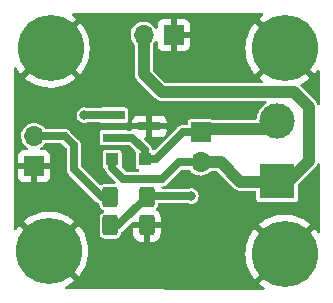
<source format=gtl>
G04 #@! TF.GenerationSoftware,KiCad,Pcbnew,(6.0.5)*
G04 #@! TF.CreationDate,2022-08-01T19:03:23+01:00*
G04 #@! TF.ProjectId,PWM-TRANSISTOR-PCB,50574d2d-5452-4414-9e53-4953544f522d,rev?*
G04 #@! TF.SameCoordinates,Original*
G04 #@! TF.FileFunction,Copper,L1,Top*
G04 #@! TF.FilePolarity,Positive*
%FSLAX46Y46*%
G04 Gerber Fmt 4.6, Leading zero omitted, Abs format (unit mm)*
G04 Created by KiCad (PCBNEW (6.0.5)) date 2022-08-01 19:03:23*
%MOMM*%
%LPD*%
G01*
G04 APERTURE LIST*
G04 Aperture macros list*
%AMRoundRect*
0 Rectangle with rounded corners*
0 $1 Rounding radius*
0 $2 $3 $4 $5 $6 $7 $8 $9 X,Y pos of 4 corners*
0 Add a 4 corners polygon primitive as box body*
4,1,4,$2,$3,$4,$5,$6,$7,$8,$9,$2,$3,0*
0 Add four circle primitives for the rounded corners*
1,1,$1+$1,$2,$3*
1,1,$1+$1,$4,$5*
1,1,$1+$1,$6,$7*
1,1,$1+$1,$8,$9*
0 Add four rect primitives between the rounded corners*
20,1,$1+$1,$2,$3,$4,$5,0*
20,1,$1+$1,$4,$5,$6,$7,0*
20,1,$1+$1,$6,$7,$8,$9,0*
20,1,$1+$1,$8,$9,$2,$3,0*%
G04 Aperture macros list end*
G04 #@! TA.AperFunction,SMDPad,CuDef*
%ADD10R,1.100000X1.100000*%
G04 #@! TD*
G04 #@! TA.AperFunction,ComponentPad*
%ADD11C,5.600000*%
G04 #@! TD*
G04 #@! TA.AperFunction,ComponentPad*
%ADD12R,1.700000X1.700000*%
G04 #@! TD*
G04 #@! TA.AperFunction,ComponentPad*
%ADD13O,1.700000X1.700000*%
G04 #@! TD*
G04 #@! TA.AperFunction,SMDPad,CuDef*
%ADD14R,1.900000X0.800000*%
G04 #@! TD*
G04 #@! TA.AperFunction,ComponentPad*
%ADD15R,3.000000X3.000000*%
G04 #@! TD*
G04 #@! TA.AperFunction,ComponentPad*
%ADD16C,3.000000*%
G04 #@! TD*
G04 #@! TA.AperFunction,SMDPad,CuDef*
%ADD17RoundRect,0.250000X-0.400000X-0.625000X0.400000X-0.625000X0.400000X0.625000X-0.400000X0.625000X0*%
G04 #@! TD*
G04 #@! TA.AperFunction,SMDPad,CuDef*
%ADD18RoundRect,0.250000X0.400000X0.625000X-0.400000X0.625000X-0.400000X-0.625000X0.400000X-0.625000X0*%
G04 #@! TD*
G04 #@! TA.AperFunction,ViaPad*
%ADD19C,0.800000*%
G04 #@! TD*
G04 #@! TA.AperFunction,Conductor*
%ADD20C,1.000000*%
G04 #@! TD*
G04 #@! TA.AperFunction,Conductor*
%ADD21C,0.700000*%
G04 #@! TD*
G04 APERTURE END LIST*
D10*
X113090500Y-121158000D03*
X115890500Y-121158000D03*
D11*
X127698500Y-111760000D03*
X107886500Y-111760000D03*
X127698500Y-129159000D03*
D12*
X120586500Y-118872000D03*
D13*
X120586500Y-121412000D03*
D12*
X118300500Y-110617000D03*
D13*
X115760500Y-110617000D03*
D14*
X113244500Y-117414000D03*
X113244500Y-119314000D03*
X116244500Y-118364000D03*
D15*
X127063500Y-122999500D03*
D16*
X127063500Y-117919500D03*
D11*
X107759500Y-128905000D03*
D12*
X106489500Y-121729500D03*
D13*
X106489500Y-119189500D03*
D17*
X112940500Y-126746000D03*
X116040500Y-126746000D03*
D18*
X116040500Y-124333000D03*
X112940500Y-124333000D03*
D19*
X121920000Y-113093500D03*
X121983500Y-110426500D03*
X120332500Y-127444500D03*
X120332500Y-129095500D03*
X120332500Y-130746500D03*
X120332500Y-125793500D03*
X122174000Y-130746500D03*
X118491000Y-125857000D03*
X112585500Y-113093500D03*
X118491000Y-130810000D03*
X122174000Y-125793500D03*
X122174000Y-129095500D03*
X118491000Y-129159000D03*
X112649000Y-110426500D03*
X118491000Y-127508000D03*
X122174000Y-127444500D03*
X110744000Y-117411500D03*
X119761000Y-124269500D03*
D20*
X126682500Y-117919500D02*
X126619000Y-117983000D01*
D21*
X115890500Y-121158000D02*
X116776500Y-121158000D01*
D20*
X127063500Y-117919500D02*
X126682500Y-117919500D01*
X120904000Y-118554500D02*
X126428500Y-118554500D01*
D21*
X113244500Y-119314000D02*
X114805500Y-119314000D01*
X115890500Y-120399000D02*
X115890500Y-121158000D01*
D20*
X120586500Y-118872000D02*
X120904000Y-118554500D01*
D21*
X116776500Y-121158000D02*
X119062500Y-118872000D01*
X114805500Y-119314000D02*
X115890500Y-120399000D01*
X119062500Y-118872000D02*
X120586500Y-118872000D01*
D20*
X126428500Y-118554500D02*
X127063500Y-117919500D01*
X112877000Y-124396500D02*
X112940500Y-124333000D01*
D21*
X112940500Y-124333000D02*
X112204500Y-124333000D01*
X109093000Y-119189500D02*
X106489500Y-119189500D01*
X109855000Y-119951500D02*
X109093000Y-119189500D01*
X109855000Y-121983500D02*
X109855000Y-119951500D01*
X112204500Y-124333000D02*
X109855000Y-121983500D01*
X113627500Y-126746000D02*
X116040500Y-124333000D01*
X119761000Y-124269500D02*
X116104000Y-124269500D01*
X113244500Y-117414000D02*
X110746500Y-117414000D01*
X116104000Y-124269500D02*
X116040500Y-124333000D01*
X110746500Y-117414000D02*
X110744000Y-117411500D01*
X112940500Y-126746000D02*
X113627500Y-126746000D01*
X118745000Y-121412000D02*
X120586500Y-121412000D01*
D20*
X115760500Y-113919000D02*
X115760500Y-110617000D01*
D21*
X113090500Y-121853500D02*
X114046000Y-122809000D01*
D20*
X120586500Y-121412000D02*
X122301000Y-121412000D01*
X129730500Y-121285000D02*
X129730500Y-116713000D01*
D21*
X114046000Y-122809000D02*
X117348000Y-122809000D01*
X113090500Y-121158000D02*
X113090500Y-121853500D01*
D20*
X127952500Y-123063000D02*
X129730500Y-121285000D01*
D21*
X117348000Y-122809000D02*
X118745000Y-121412000D01*
D20*
X122301000Y-121412000D02*
X123952000Y-123063000D01*
X129730500Y-116713000D02*
X128460500Y-115443000D01*
X117284500Y-115443000D02*
X115760500Y-113919000D01*
X128460500Y-115443000D02*
X117284500Y-115443000D01*
X123952000Y-123063000D02*
X127952500Y-123063000D01*
G04 #@! TA.AperFunction,Conductor*
G36*
X125855067Y-108796002D02*
G01*
X125901560Y-108849658D01*
X125911664Y-108919932D01*
X125882170Y-108984512D01*
X125851655Y-109010115D01*
X125848892Y-109011769D01*
X125843255Y-109015571D01*
X125562908Y-109227596D01*
X125557711Y-109231987D01*
X125556472Y-109233155D01*
X125548450Y-109246862D01*
X125548486Y-109247704D01*
X125553537Y-109255826D01*
X127698500Y-111400790D01*
X130197511Y-113899800D01*
X130211105Y-113907223D01*
X130220717Y-113900523D01*
X130321018Y-113783912D01*
X130325176Y-113778514D01*
X130452352Y-113593471D01*
X130507420Y-113548660D01*
X130577973Y-113540735D01*
X130641611Y-113572212D01*
X130678128Y-113633096D01*
X130682192Y-113664861D01*
X130681702Y-116403187D01*
X130661689Y-116471302D01*
X130608025Y-116517785D01*
X130537749Y-116527876D01*
X130473174Y-116498372D01*
X130435836Y-116441994D01*
X130423444Y-116403742D01*
X130421188Y-116396778D01*
X130417389Y-116390518D01*
X130414890Y-116385059D01*
X130412229Y-116379744D01*
X130409732Y-116372866D01*
X130405724Y-116366752D01*
X130405720Y-116366745D01*
X130369908Y-116312124D01*
X130367561Y-116308404D01*
X130345167Y-116271500D01*
X130329916Y-116246367D01*
X130322550Y-116238026D01*
X130322575Y-116238004D01*
X130319885Y-116234970D01*
X130317281Y-116231855D01*
X130313266Y-116225732D01*
X130257354Y-116172766D01*
X130254913Y-116170389D01*
X129050619Y-114966095D01*
X129016593Y-114903783D01*
X129021658Y-114832968D01*
X129064205Y-114776132D01*
X129087463Y-114762345D01*
X129230218Y-114697288D01*
X129236277Y-114694121D01*
X129538495Y-114514676D01*
X129544159Y-114510884D01*
X129825232Y-114299849D01*
X129830458Y-114295464D01*
X129840113Y-114286428D01*
X129848182Y-114272750D01*
X129848154Y-114272024D01*
X129843012Y-114263723D01*
X127711310Y-112132020D01*
X127697369Y-112124408D01*
X127695534Y-112124539D01*
X127688920Y-112128790D01*
X125555274Y-114262437D01*
X125547660Y-114276381D01*
X125547737Y-114277470D01*
X125550198Y-114281206D01*
X125786513Y-114462538D01*
X125828380Y-114519876D01*
X125832602Y-114590747D01*
X125797838Y-114652649D01*
X125735125Y-114685931D01*
X125709809Y-114688500D01*
X117649214Y-114688500D01*
X117581093Y-114668498D01*
X117560119Y-114651595D01*
X116551905Y-113643381D01*
X116517879Y-113581069D01*
X116515000Y-113554286D01*
X116515000Y-111482634D01*
X116535002Y-111414513D01*
X116545305Y-111401728D01*
X116544845Y-111401345D01*
X116670953Y-111249718D01*
X116670955Y-111249715D01*
X116674647Y-111245276D01*
X116677469Y-111240236D01*
X116677473Y-111240231D01*
X116706567Y-111188279D01*
X116757304Y-111138617D01*
X116826835Y-111124270D01*
X116893086Y-111149791D01*
X116935022Y-111207080D01*
X116942501Y-111249845D01*
X116942501Y-111511669D01*
X116942871Y-111518490D01*
X116948395Y-111569352D01*
X116952021Y-111584604D01*
X116997176Y-111705054D01*
X117005714Y-111720649D01*
X117082215Y-111822724D01*
X117094776Y-111835285D01*
X117196851Y-111911786D01*
X117212446Y-111920324D01*
X117332894Y-111965478D01*
X117348149Y-111969105D01*
X117399014Y-111974631D01*
X117405828Y-111975000D01*
X118028385Y-111975000D01*
X118043624Y-111970525D01*
X118044829Y-111969135D01*
X118046500Y-111961452D01*
X118046500Y-111956884D01*
X118554500Y-111956884D01*
X118558975Y-111972123D01*
X118560365Y-111973328D01*
X118568048Y-111974999D01*
X119195169Y-111974999D01*
X119201990Y-111974629D01*
X119252852Y-111969105D01*
X119268104Y-111965479D01*
X119388554Y-111920324D01*
X119404149Y-111911786D01*
X119506224Y-111835285D01*
X119518785Y-111822724D01*
X119571916Y-111751832D01*
X124385833Y-111751832D01*
X124403617Y-112102893D01*
X124404327Y-112109649D01*
X124459920Y-112456723D01*
X124461359Y-112463378D01*
X124554108Y-112802410D01*
X124556257Y-112808871D01*
X124685081Y-113135912D01*
X124687912Y-113142095D01*
X124851303Y-113453310D01*
X124854786Y-113459152D01*
X125050830Y-113750896D01*
X125054933Y-113756340D01*
X125174925Y-113898836D01*
X125187664Y-113907279D01*
X125198108Y-113901181D01*
X127326480Y-111772810D01*
X127334092Y-111758869D01*
X127333961Y-111757034D01*
X127329710Y-111750420D01*
X125199492Y-109620203D01*
X125185955Y-109612811D01*
X125176253Y-109619599D01*
X125068930Y-109745257D01*
X125064796Y-109750664D01*
X124866715Y-110041041D01*
X124863197Y-110046851D01*
X124697634Y-110356922D01*
X124694759Y-110363087D01*
X124563655Y-110689218D01*
X124561462Y-110695658D01*
X124466346Y-111034044D01*
X124464863Y-111040679D01*
X124406850Y-111387354D01*
X124406091Y-111394126D01*
X124385857Y-111745037D01*
X124385833Y-111751832D01*
X119571916Y-111751832D01*
X119595286Y-111720649D01*
X119603824Y-111705054D01*
X119648978Y-111584606D01*
X119652605Y-111569351D01*
X119658131Y-111518486D01*
X119658500Y-111511672D01*
X119658500Y-110889115D01*
X119654025Y-110873876D01*
X119652635Y-110872671D01*
X119644952Y-110871000D01*
X118572615Y-110871000D01*
X118557376Y-110875475D01*
X118556171Y-110876865D01*
X118554500Y-110884548D01*
X118554500Y-111956884D01*
X118046500Y-111956884D01*
X118046500Y-110344885D01*
X118554500Y-110344885D01*
X118558975Y-110360124D01*
X118560365Y-110361329D01*
X118568048Y-110363000D01*
X119640384Y-110363000D01*
X119655623Y-110358525D01*
X119656828Y-110357135D01*
X119658499Y-110349452D01*
X119658499Y-109722331D01*
X119658129Y-109715510D01*
X119652605Y-109664648D01*
X119648979Y-109649396D01*
X119603824Y-109528946D01*
X119595286Y-109513351D01*
X119518785Y-109411276D01*
X119506224Y-109398715D01*
X119404149Y-109322214D01*
X119388554Y-109313676D01*
X119268106Y-109268522D01*
X119252851Y-109264895D01*
X119201986Y-109259369D01*
X119195172Y-109259000D01*
X118572615Y-109259000D01*
X118557376Y-109263475D01*
X118556171Y-109264865D01*
X118554500Y-109272548D01*
X118554500Y-110344885D01*
X118046500Y-110344885D01*
X118046500Y-109277116D01*
X118042025Y-109261877D01*
X118040635Y-109260672D01*
X118032952Y-109259001D01*
X117405831Y-109259001D01*
X117399010Y-109259371D01*
X117348148Y-109264895D01*
X117332896Y-109268521D01*
X117212446Y-109313676D01*
X117196851Y-109322214D01*
X117094776Y-109398715D01*
X117082215Y-109411276D01*
X117005714Y-109513351D01*
X116997176Y-109528946D01*
X116952022Y-109649394D01*
X116948395Y-109664649D01*
X116942869Y-109715514D01*
X116942500Y-109722328D01*
X116942500Y-109977160D01*
X116922498Y-110045281D01*
X116868842Y-110091774D01*
X116798568Y-110101878D01*
X116733988Y-110072384D01*
X116709067Y-110042994D01*
X116708831Y-110042608D01*
X116706276Y-110037428D01*
X116584820Y-109874779D01*
X116435758Y-109736987D01*
X116430875Y-109733906D01*
X116430871Y-109733903D01*
X116268964Y-109631748D01*
X116264081Y-109628667D01*
X116075539Y-109553446D01*
X116069879Y-109552320D01*
X116069875Y-109552319D01*
X115882113Y-109514971D01*
X115882110Y-109514971D01*
X115876446Y-109513844D01*
X115870671Y-109513768D01*
X115870667Y-109513768D01*
X115769293Y-109512441D01*
X115673471Y-109511187D01*
X115667774Y-109512166D01*
X115667773Y-109512166D01*
X115570120Y-109528946D01*
X115473410Y-109545564D01*
X115282963Y-109615824D01*
X115278002Y-109618776D01*
X115278001Y-109618776D01*
X115273962Y-109621179D01*
X115108510Y-109719612D01*
X115104170Y-109723418D01*
X115104166Y-109723421D01*
X114960233Y-109849648D01*
X114955892Y-109853455D01*
X114830220Y-110012869D01*
X114827531Y-110017980D01*
X114827529Y-110017983D01*
X114815398Y-110041041D01*
X114735703Y-110192515D01*
X114693140Y-110329591D01*
X114679482Y-110373578D01*
X114675507Y-110386378D01*
X114651648Y-110587964D01*
X114664924Y-110790522D01*
X114666345Y-110796118D01*
X114666346Y-110796123D01*
X114698377Y-110922241D01*
X114714892Y-110987269D01*
X114717309Y-110992512D01*
X114778050Y-111124270D01*
X114799877Y-111171616D01*
X114803210Y-111176332D01*
X114912986Y-111331662D01*
X114917033Y-111337389D01*
X114967923Y-111386963D01*
X115002759Y-111448821D01*
X115006000Y-111477215D01*
X115006000Y-113852235D01*
X115004567Y-113871184D01*
X115001326Y-113892489D01*
X115001919Y-113899780D01*
X115001919Y-113899783D01*
X115005585Y-113944848D01*
X115006000Y-113955063D01*
X115006000Y-113963053D01*
X115006425Y-113966697D01*
X115009271Y-113991113D01*
X115009704Y-113995487D01*
X115015590Y-114067847D01*
X115017845Y-114074809D01*
X115019018Y-114080677D01*
X115020390Y-114086484D01*
X115021238Y-114093754D01*
X115046032Y-114162060D01*
X115047440Y-114166163D01*
X115069812Y-114235222D01*
X115073609Y-114241479D01*
X115076102Y-114246926D01*
X115078770Y-114252254D01*
X115081268Y-114259134D01*
X115085282Y-114265256D01*
X115121068Y-114319839D01*
X115123415Y-114323559D01*
X115161083Y-114385633D01*
X115164795Y-114389836D01*
X115168449Y-114393974D01*
X115168424Y-114393996D01*
X115171124Y-114397041D01*
X115173720Y-114400146D01*
X115177734Y-114406268D01*
X115183047Y-114411301D01*
X115233626Y-114459215D01*
X115236068Y-114461593D01*
X116703777Y-115929301D01*
X116716162Y-115943712D01*
X116728937Y-115961071D01*
X116734520Y-115965814D01*
X116768979Y-115995089D01*
X116776495Y-116002019D01*
X116782138Y-116007662D01*
X116804322Y-116025214D01*
X116807696Y-116027981D01*
X116863020Y-116074982D01*
X116869539Y-116078311D01*
X116874513Y-116081628D01*
X116879589Y-116084763D01*
X116885332Y-116089307D01*
X116891964Y-116092406D01*
X116891963Y-116092406D01*
X116951118Y-116120053D01*
X116955070Y-116121985D01*
X117019712Y-116154993D01*
X117026820Y-116156732D01*
X117032418Y-116158814D01*
X117038091Y-116160701D01*
X117044721Y-116163800D01*
X117115807Y-116178586D01*
X117120091Y-116179556D01*
X117190608Y-116196811D01*
X117196210Y-116197159D01*
X117196213Y-116197159D01*
X117201714Y-116197500D01*
X117201712Y-116197534D01*
X117205769Y-116197777D01*
X117209804Y-116198137D01*
X117216972Y-116199628D01*
X117224289Y-116199430D01*
X117293914Y-116197546D01*
X117297322Y-116197500D01*
X126067921Y-116197500D01*
X126136042Y-116217502D01*
X126182535Y-116271158D01*
X126192639Y-116341432D01*
X126163145Y-116406012D01*
X126137006Y-116428872D01*
X125996346Y-116521092D01*
X125996341Y-116521096D01*
X125992433Y-116523658D01*
X125988941Y-116526775D01*
X125814970Y-116682050D01*
X125797879Y-116697304D01*
X125631129Y-116897800D01*
X125495845Y-117120740D01*
X125494038Y-117125048D01*
X125494038Y-117125049D01*
X125442675Y-117247537D01*
X125395000Y-117361228D01*
X125393849Y-117365760D01*
X125393848Y-117365763D01*
X125380074Y-117420001D01*
X125330810Y-117613980D01*
X125330341Y-117618638D01*
X125323495Y-117686624D01*
X125296769Y-117752398D01*
X125238725Y-117793281D01*
X125198129Y-117800000D01*
X121597350Y-117800000D01*
X121549131Y-117790408D01*
X121546118Y-117789160D01*
X121535801Y-117782266D01*
X121523632Y-117779845D01*
X121523631Y-117779845D01*
X121467635Y-117768707D01*
X121461567Y-117767500D01*
X120586642Y-117767500D01*
X119711434Y-117767501D01*
X119675682Y-117774612D01*
X119649374Y-117779844D01*
X119649372Y-117779845D01*
X119637199Y-117782266D01*
X119626879Y-117789161D01*
X119626878Y-117789162D01*
X119566485Y-117829516D01*
X119553016Y-117838516D01*
X119496766Y-117922699D01*
X119482000Y-117996933D01*
X119482000Y-118141500D01*
X119461998Y-118209621D01*
X119408342Y-118256114D01*
X119356000Y-118267500D01*
X119110371Y-118267500D01*
X119093926Y-118266422D01*
X119070689Y-118263363D01*
X119062500Y-118262285D01*
X119054311Y-118263363D01*
X119054310Y-118263363D01*
X119022889Y-118267499D01*
X119022881Y-118267500D01*
X118985814Y-118272380D01*
X118985813Y-118272380D01*
X118912880Y-118281981D01*
X118912878Y-118281981D01*
X118904693Y-118283059D01*
X118828254Y-118314722D01*
X118757642Y-118343970D01*
X118751091Y-118348997D01*
X118751089Y-118348998D01*
X118650804Y-118425950D01*
X118631366Y-118440866D01*
X118626340Y-118447416D01*
X118612066Y-118466018D01*
X118601199Y-118478409D01*
X116715751Y-120363857D01*
X116653439Y-120397883D01*
X116582624Y-120392818D01*
X116556658Y-120379529D01*
X116539801Y-120368266D01*
X116539800Y-120368266D01*
X116542311Y-120364509D01*
X116505995Y-120335285D01*
X116484523Y-120279798D01*
X116480519Y-120249380D01*
X116480518Y-120249378D01*
X116479441Y-120241194D01*
X116424811Y-120109307D01*
X116424813Y-120109306D01*
X116424808Y-120109300D01*
X116421691Y-120101773D01*
X116421690Y-120101770D01*
X116418530Y-120094142D01*
X116321634Y-119967866D01*
X116296482Y-119948566D01*
X116284091Y-119937699D01*
X115833487Y-119487095D01*
X115799461Y-119424783D01*
X115804526Y-119353968D01*
X115847073Y-119297132D01*
X115913593Y-119272321D01*
X115922582Y-119272000D01*
X115972385Y-119272000D01*
X115987624Y-119267525D01*
X115988829Y-119266135D01*
X115990500Y-119258452D01*
X115990500Y-119253884D01*
X116498500Y-119253884D01*
X116502975Y-119269123D01*
X116504365Y-119270328D01*
X116512048Y-119271999D01*
X117239169Y-119271999D01*
X117245990Y-119271629D01*
X117296852Y-119266105D01*
X117312104Y-119262479D01*
X117432554Y-119217324D01*
X117448149Y-119208786D01*
X117550224Y-119132285D01*
X117562785Y-119119724D01*
X117639286Y-119017649D01*
X117647824Y-119002054D01*
X117692978Y-118881606D01*
X117696605Y-118866351D01*
X117702131Y-118815486D01*
X117702500Y-118808672D01*
X117702500Y-118636115D01*
X117698025Y-118620876D01*
X117696635Y-118619671D01*
X117688952Y-118618000D01*
X116516615Y-118618000D01*
X116501376Y-118622475D01*
X116500171Y-118623865D01*
X116498500Y-118631548D01*
X116498500Y-119253884D01*
X115990500Y-119253884D01*
X115990500Y-118636115D01*
X115986025Y-118620876D01*
X115984635Y-118619671D01*
X115976952Y-118618000D01*
X114804616Y-118618000D01*
X114789377Y-118622475D01*
X114776107Y-118637789D01*
X114757103Y-118672594D01*
X114694791Y-118706620D01*
X114668006Y-118709500D01*
X114384754Y-118709500D01*
X114314752Y-118688265D01*
X114305048Y-118681781D01*
X114293801Y-118674266D01*
X114219567Y-118659500D01*
X113244658Y-118659500D01*
X112269434Y-118659501D01*
X112234255Y-118666498D01*
X112207374Y-118671844D01*
X112207372Y-118671845D01*
X112195199Y-118674266D01*
X112184879Y-118681161D01*
X112184878Y-118681162D01*
X112174248Y-118688265D01*
X112111016Y-118730516D01*
X112054766Y-118814699D01*
X112040000Y-118888933D01*
X112040001Y-119739066D01*
X112054766Y-119813301D01*
X112061661Y-119823621D01*
X112061662Y-119823622D01*
X112102016Y-119884015D01*
X112111016Y-119897484D01*
X112195199Y-119953734D01*
X112269433Y-119968500D01*
X113244342Y-119968500D01*
X114219566Y-119968499D01*
X114263866Y-119959688D01*
X114281626Y-119956156D01*
X114281628Y-119956155D01*
X114293801Y-119953734D01*
X114309058Y-119943540D01*
X114314752Y-119939735D01*
X114384754Y-119918500D01*
X114502918Y-119918500D01*
X114571039Y-119938502D01*
X114592013Y-119955405D01*
X115060533Y-120423925D01*
X115094559Y-120486237D01*
X115095017Y-120537601D01*
X115086000Y-120582933D01*
X115086001Y-121733066D01*
X115088761Y-121746941D01*
X115097923Y-121793005D01*
X115100766Y-121807301D01*
X115107661Y-121817621D01*
X115107662Y-121817622D01*
X115139803Y-121865723D01*
X115157016Y-121891484D01*
X115241199Y-121947734D01*
X115262988Y-121952068D01*
X115277331Y-121954921D01*
X115340241Y-121987828D01*
X115375373Y-122049523D01*
X115371573Y-122120418D01*
X115330048Y-122178004D01*
X115263981Y-122203998D01*
X115252750Y-122204500D01*
X114348582Y-122204500D01*
X114280461Y-122184498D01*
X114259487Y-122167595D01*
X113930305Y-121838413D01*
X113896279Y-121776101D01*
X113894055Y-121737817D01*
X113895000Y-121733067D01*
X113894999Y-120582934D01*
X113887888Y-120547182D01*
X113882656Y-120520874D01*
X113882655Y-120520872D01*
X113880234Y-120508699D01*
X113862394Y-120481999D01*
X113830877Y-120434832D01*
X113823984Y-120424516D01*
X113739801Y-120368266D01*
X113665567Y-120353500D01*
X113090593Y-120353500D01*
X112515434Y-120353501D01*
X112479682Y-120360612D01*
X112453374Y-120365844D01*
X112453372Y-120365845D01*
X112441199Y-120368266D01*
X112430879Y-120375161D01*
X112430878Y-120375162D01*
X112380497Y-120408826D01*
X112357016Y-120424516D01*
X112300766Y-120508699D01*
X112286000Y-120582933D01*
X112286001Y-121733066D01*
X112288761Y-121746941D01*
X112297923Y-121793005D01*
X112300766Y-121807301D01*
X112307661Y-121817621D01*
X112307662Y-121817622D01*
X112339803Y-121865723D01*
X112357016Y-121891484D01*
X112367332Y-121898377D01*
X112430881Y-121940840D01*
X112430882Y-121940841D01*
X112441199Y-121947734D01*
X112440941Y-121948120D01*
X112488274Y-121986264D01*
X112500162Y-122011885D01*
X112501559Y-122011306D01*
X112532015Y-122084832D01*
X112562470Y-122158358D01*
X112567497Y-122164909D01*
X112567498Y-122164911D01*
X112577545Y-122178004D01*
X112659366Y-122284634D01*
X112665916Y-122289660D01*
X112684518Y-122303934D01*
X112696909Y-122314801D01*
X113370513Y-122988405D01*
X113404539Y-123050717D01*
X113399474Y-123121532D01*
X113356927Y-123178368D01*
X113290407Y-123203179D01*
X113281418Y-123203500D01*
X112492744Y-123203500D01*
X112489348Y-123203869D01*
X112489347Y-123203869D01*
X112438903Y-123209349D01*
X112438902Y-123209349D01*
X112431052Y-123210202D01*
X112423659Y-123212974D01*
X112423657Y-123212974D01*
X112418301Y-123214982D01*
X112295736Y-123260929D01*
X112206857Y-123327540D01*
X112140352Y-123352386D01*
X112070970Y-123337333D01*
X112042199Y-123315807D01*
X110496405Y-121770013D01*
X110462379Y-121707701D01*
X110459500Y-121680918D01*
X110459500Y-119999378D01*
X110460578Y-119982932D01*
X110463638Y-119959688D01*
X110464716Y-119951500D01*
X110443941Y-119793694D01*
X110410694Y-119713431D01*
X110383030Y-119646642D01*
X110360613Y-119617427D01*
X110291160Y-119526916D01*
X110286134Y-119520366D01*
X110260982Y-119501066D01*
X110248591Y-119490199D01*
X109554301Y-118795909D01*
X109543434Y-118783518D01*
X109529160Y-118764916D01*
X109524134Y-118758366D01*
X109504696Y-118743450D01*
X109404411Y-118666498D01*
X109404409Y-118666497D01*
X109397858Y-118661470D01*
X109302633Y-118622027D01*
X109250806Y-118600559D01*
X109093000Y-118579784D01*
X109061568Y-118583922D01*
X109045122Y-118585000D01*
X107479826Y-118585000D01*
X107411705Y-118564998D01*
X107378868Y-118534389D01*
X107363048Y-118513203D01*
X107313820Y-118447279D01*
X107164758Y-118309487D01*
X107159875Y-118306406D01*
X107159871Y-118306403D01*
X106997964Y-118204248D01*
X106993081Y-118201167D01*
X106804539Y-118125946D01*
X106798879Y-118124820D01*
X106798875Y-118124819D01*
X106633304Y-118091885D01*
X114786500Y-118091885D01*
X114790975Y-118107124D01*
X114792365Y-118108329D01*
X114800048Y-118110000D01*
X115972385Y-118110000D01*
X115987624Y-118105525D01*
X115988829Y-118104135D01*
X115990500Y-118096452D01*
X115990500Y-118091885D01*
X116498500Y-118091885D01*
X116502975Y-118107124D01*
X116504365Y-118108329D01*
X116512048Y-118110000D01*
X117684384Y-118110000D01*
X117699623Y-118105525D01*
X117700828Y-118104135D01*
X117702499Y-118096452D01*
X117702499Y-117919331D01*
X117702129Y-117912510D01*
X117696605Y-117861648D01*
X117692979Y-117846396D01*
X117647824Y-117725946D01*
X117639286Y-117710351D01*
X117562785Y-117608276D01*
X117550224Y-117595715D01*
X117448149Y-117519214D01*
X117432554Y-117510676D01*
X117312106Y-117465522D01*
X117296851Y-117461895D01*
X117245986Y-117456369D01*
X117239172Y-117456000D01*
X116516615Y-117456000D01*
X116501376Y-117460475D01*
X116500171Y-117461865D01*
X116498500Y-117469548D01*
X116498500Y-118091885D01*
X115990500Y-118091885D01*
X115990500Y-117474116D01*
X115986025Y-117458877D01*
X115984635Y-117457672D01*
X115976952Y-117456001D01*
X115249831Y-117456001D01*
X115243010Y-117456371D01*
X115192148Y-117461895D01*
X115176896Y-117465521D01*
X115056446Y-117510676D01*
X115040851Y-117519214D01*
X114938776Y-117595715D01*
X114926215Y-117608276D01*
X114849714Y-117710351D01*
X114841176Y-117725946D01*
X114796022Y-117846394D01*
X114792395Y-117861649D01*
X114786869Y-117912514D01*
X114786500Y-117919328D01*
X114786500Y-118091885D01*
X106633304Y-118091885D01*
X106611113Y-118087471D01*
X106611110Y-118087471D01*
X106605446Y-118086344D01*
X106599671Y-118086268D01*
X106599667Y-118086268D01*
X106498293Y-118084941D01*
X106402471Y-118083687D01*
X106396774Y-118084666D01*
X106396773Y-118084666D01*
X106259064Y-118108329D01*
X106202410Y-118118064D01*
X106011963Y-118188324D01*
X105837510Y-118292112D01*
X105833170Y-118295918D01*
X105833166Y-118295921D01*
X105692973Y-118418868D01*
X105684892Y-118425955D01*
X105559220Y-118585369D01*
X105556531Y-118590480D01*
X105556529Y-118590483D01*
X105520217Y-118659501D01*
X105464703Y-118765015D01*
X105404507Y-118958878D01*
X105380648Y-119160464D01*
X105393924Y-119363022D01*
X105395345Y-119368618D01*
X105395346Y-119368623D01*
X105437092Y-119532994D01*
X105443892Y-119559769D01*
X105446309Y-119565012D01*
X105480920Y-119640089D01*
X105528877Y-119744116D01*
X105532210Y-119748832D01*
X105642138Y-119904377D01*
X105646033Y-119909889D01*
X105650175Y-119913924D01*
X105711686Y-119973845D01*
X105791438Y-120051535D01*
X105796242Y-120054745D01*
X105924936Y-120140736D01*
X105970464Y-120195213D01*
X105979312Y-120265656D01*
X105948670Y-120329700D01*
X105888268Y-120367012D01*
X105854934Y-120371501D01*
X105594831Y-120371501D01*
X105588010Y-120371871D01*
X105537148Y-120377395D01*
X105521896Y-120381021D01*
X105401446Y-120426176D01*
X105385851Y-120434714D01*
X105283776Y-120511215D01*
X105271215Y-120523776D01*
X105194714Y-120625851D01*
X105186176Y-120641446D01*
X105141022Y-120761894D01*
X105137395Y-120777149D01*
X105131869Y-120828014D01*
X105131500Y-120834828D01*
X105131500Y-121457385D01*
X105135975Y-121472624D01*
X105137365Y-121473829D01*
X105145048Y-121475500D01*
X107829384Y-121475500D01*
X107844623Y-121471025D01*
X107845828Y-121469635D01*
X107847499Y-121461952D01*
X107847499Y-120834831D01*
X107847129Y-120828010D01*
X107841605Y-120777148D01*
X107837979Y-120761896D01*
X107792824Y-120641446D01*
X107784286Y-120625851D01*
X107707785Y-120523776D01*
X107695224Y-120511215D01*
X107593149Y-120434714D01*
X107577554Y-120426176D01*
X107457106Y-120381022D01*
X107441851Y-120377395D01*
X107390986Y-120371869D01*
X107384172Y-120371500D01*
X107122346Y-120371500D01*
X107054225Y-120351498D01*
X107007732Y-120297842D01*
X106997628Y-120227568D01*
X107027122Y-120162988D01*
X107060775Y-120135569D01*
X107117776Y-120103647D01*
X107129205Y-120094142D01*
X107269413Y-119977531D01*
X107273845Y-119973845D01*
X107277531Y-119969413D01*
X107277536Y-119969408D01*
X107385637Y-119839431D01*
X107444575Y-119799847D01*
X107482511Y-119794000D01*
X108790418Y-119794000D01*
X108858539Y-119814002D01*
X108879513Y-119830905D01*
X109213595Y-120164987D01*
X109247621Y-120227299D01*
X109250500Y-120254082D01*
X109250500Y-121935622D01*
X109249422Y-121952067D01*
X109245284Y-121983500D01*
X109246362Y-121991688D01*
X109258625Y-122084834D01*
X109266059Y-122141306D01*
X109292235Y-122204500D01*
X109326970Y-122288358D01*
X109331997Y-122294909D01*
X109331998Y-122294911D01*
X109400054Y-122383602D01*
X109423866Y-122414634D01*
X109430416Y-122419660D01*
X109449018Y-122433934D01*
X109461409Y-122444801D01*
X111743195Y-124726587D01*
X111754062Y-124738977D01*
X111764664Y-124752793D01*
X111773366Y-124764134D01*
X111779916Y-124769160D01*
X111779919Y-124769163D01*
X111893089Y-124856002D01*
X111899642Y-124861030D01*
X111951496Y-124882508D01*
X111958217Y-124885292D01*
X112013498Y-124929840D01*
X112035147Y-124998978D01*
X112035816Y-124998942D01*
X112035958Y-125001567D01*
X112036000Y-125001701D01*
X112036000Y-125005756D01*
X112042702Y-125067448D01*
X112093429Y-125202764D01*
X112098809Y-125209943D01*
X112098811Y-125209946D01*
X112164787Y-125297977D01*
X112180096Y-125318404D01*
X112187276Y-125323785D01*
X112288554Y-125399689D01*
X112288557Y-125399691D01*
X112295736Y-125405071D01*
X112339609Y-125421518D01*
X112396374Y-125464159D01*
X112421074Y-125530720D01*
X112405867Y-125600069D01*
X112355581Y-125650188D01*
X112339609Y-125657482D01*
X112295736Y-125673929D01*
X112288557Y-125679309D01*
X112288554Y-125679311D01*
X112200523Y-125745287D01*
X112180096Y-125760596D01*
X112174715Y-125767776D01*
X112098811Y-125869054D01*
X112098809Y-125869057D01*
X112093429Y-125876236D01*
X112042702Y-126011552D01*
X112036000Y-126073244D01*
X112036000Y-127418756D01*
X112036369Y-127422152D01*
X112036369Y-127422153D01*
X112038944Y-127445851D01*
X112042702Y-127480448D01*
X112093429Y-127615764D01*
X112098809Y-127622943D01*
X112098811Y-127622946D01*
X112146499Y-127686576D01*
X112180096Y-127731404D01*
X112187276Y-127736785D01*
X112288554Y-127812689D01*
X112288557Y-127812691D01*
X112295736Y-127818071D01*
X112368005Y-127845163D01*
X112423657Y-127866026D01*
X112423659Y-127866026D01*
X112431052Y-127868798D01*
X112438902Y-127869651D01*
X112438903Y-127869651D01*
X112489347Y-127875131D01*
X112492744Y-127875500D01*
X113388256Y-127875500D01*
X113391653Y-127875131D01*
X113442097Y-127869651D01*
X113442098Y-127869651D01*
X113449948Y-127868798D01*
X113457341Y-127866026D01*
X113457343Y-127866026D01*
X113512995Y-127845163D01*
X113585264Y-127818071D01*
X113592443Y-127812691D01*
X113592446Y-127812689D01*
X113693724Y-127736785D01*
X113700904Y-127731404D01*
X113734501Y-127686576D01*
X113782189Y-127622946D01*
X113782191Y-127622943D01*
X113787571Y-127615764D01*
X113838298Y-127480448D01*
X113842057Y-127445851D01*
X113844631Y-127422153D01*
X113844631Y-127422152D01*
X113845000Y-127418756D01*
X113845000Y-127418095D01*
X114882501Y-127418095D01*
X114882838Y-127424614D01*
X114892757Y-127520206D01*
X114895649Y-127533600D01*
X114947088Y-127687784D01*
X114953261Y-127700962D01*
X115038563Y-127838807D01*
X115047599Y-127850208D01*
X115162329Y-127964739D01*
X115173740Y-127973751D01*
X115311743Y-128058816D01*
X115324924Y-128064963D01*
X115479210Y-128116138D01*
X115492586Y-128119005D01*
X115586938Y-128128672D01*
X115593354Y-128129000D01*
X115768385Y-128129000D01*
X115783624Y-128124525D01*
X115784829Y-128123135D01*
X115786500Y-128115452D01*
X115786500Y-128110884D01*
X116294500Y-128110884D01*
X116298975Y-128126123D01*
X116300365Y-128127328D01*
X116308048Y-128128999D01*
X116487595Y-128128999D01*
X116494114Y-128128662D01*
X116589706Y-128118743D01*
X116603100Y-128115851D01*
X116757284Y-128064412D01*
X116770462Y-128058239D01*
X116908307Y-127972937D01*
X116919708Y-127963901D01*
X117034239Y-127849171D01*
X117043251Y-127837760D01*
X117128316Y-127699757D01*
X117134463Y-127686576D01*
X117185638Y-127532290D01*
X117188505Y-127518914D01*
X117198172Y-127424562D01*
X117198500Y-127418146D01*
X117198500Y-127018115D01*
X117194025Y-127002876D01*
X117192635Y-127001671D01*
X117184952Y-127000000D01*
X116312615Y-127000000D01*
X116297376Y-127004475D01*
X116296171Y-127005865D01*
X116294500Y-127013548D01*
X116294500Y-128110884D01*
X115786500Y-128110884D01*
X115786500Y-127018115D01*
X115782025Y-127002876D01*
X115780635Y-127001671D01*
X115772952Y-127000000D01*
X114900616Y-127000000D01*
X114885377Y-127004475D01*
X114884172Y-127005865D01*
X114882501Y-127013548D01*
X114882501Y-127418095D01*
X113845000Y-127418095D01*
X113845000Y-127394405D01*
X113865002Y-127326284D01*
X113917975Y-127282014D01*
X113917575Y-127281320D01*
X113921555Y-127279022D01*
X113922783Y-127277996D01*
X113924727Y-127277191D01*
X113924728Y-127277190D01*
X113932358Y-127274030D01*
X114058634Y-127177134D01*
X114077934Y-127151982D01*
X114088801Y-127139591D01*
X114582530Y-126645862D01*
X125548450Y-126645862D01*
X125548486Y-126646704D01*
X125553537Y-126654826D01*
X127685690Y-128786980D01*
X127699631Y-128794592D01*
X127701466Y-128794461D01*
X127708080Y-128790210D01*
X129841298Y-126656991D01*
X129848912Y-126643047D01*
X129848844Y-126642089D01*
X129844336Y-126635272D01*
X129842918Y-126634065D01*
X129563313Y-126421064D01*
X129557687Y-126417240D01*
X129256714Y-126235681D01*
X129250702Y-126232484D01*
X128931870Y-126084487D01*
X128925570Y-126081967D01*
X128592629Y-125969273D01*
X128586051Y-125967437D01*
X128242917Y-125891367D01*
X128236178Y-125890251D01*
X127886810Y-125851680D01*
X127880029Y-125851301D01*
X127528515Y-125850687D01*
X127521742Y-125851042D01*
X127172220Y-125888395D01*
X127165510Y-125889482D01*
X126822086Y-125964361D01*
X126815511Y-125966172D01*
X126482183Y-126077702D01*
X126475861Y-126080205D01*
X126156534Y-126227079D01*
X126150491Y-126230265D01*
X125848901Y-126410763D01*
X125843255Y-126414571D01*
X125562908Y-126626596D01*
X125557711Y-126630987D01*
X125556472Y-126632155D01*
X125548450Y-126645862D01*
X114582530Y-126645862D01*
X114724888Y-126503504D01*
X114787200Y-126469478D01*
X114858015Y-126474543D01*
X114882455Y-126489043D01*
X114896048Y-126492000D01*
X117180384Y-126492000D01*
X117195623Y-126487525D01*
X117196828Y-126486135D01*
X117198499Y-126478452D01*
X117198499Y-126073905D01*
X117198162Y-126067386D01*
X117188243Y-125971794D01*
X117185351Y-125958400D01*
X117133912Y-125804216D01*
X117127739Y-125791038D01*
X117042437Y-125653193D01*
X117033401Y-125641792D01*
X116918671Y-125527261D01*
X116907260Y-125518249D01*
X116849528Y-125482663D01*
X116802035Y-125429891D01*
X116790611Y-125359820D01*
X116814818Y-125299838D01*
X116882189Y-125209946D01*
X116882191Y-125209943D01*
X116887571Y-125202764D01*
X116938298Y-125067448D01*
X116945000Y-125005756D01*
X116945000Y-125000000D01*
X116945155Y-124999471D01*
X116945184Y-124998942D01*
X116945309Y-124998949D01*
X116965002Y-124931879D01*
X117018658Y-124885386D01*
X117071000Y-124874000D01*
X119475247Y-124874000D01*
X119517452Y-124882051D01*
X119518293Y-124882508D01*
X119671522Y-124922707D01*
X119755477Y-124924026D01*
X119822319Y-124925076D01*
X119822322Y-124925076D01*
X119829916Y-124925195D01*
X119984332Y-124889829D01*
X120054742Y-124854417D01*
X120119072Y-124822063D01*
X120119075Y-124822061D01*
X120125855Y-124818651D01*
X120131626Y-124813722D01*
X120131629Y-124813720D01*
X120240536Y-124720704D01*
X120240536Y-124720703D01*
X120246314Y-124715769D01*
X120338755Y-124587124D01*
X120397842Y-124440141D01*
X120420162Y-124283307D01*
X120420307Y-124269500D01*
X120401276Y-124112233D01*
X120345280Y-123964046D01*
X120255553Y-123833492D01*
X120237656Y-123817546D01*
X120201454Y-123785292D01*
X120137275Y-123728111D01*
X119997274Y-123653984D01*
X119843633Y-123615392D01*
X119836034Y-123615352D01*
X119836033Y-123615352D01*
X119770181Y-123615007D01*
X119685221Y-123614562D01*
X119677841Y-123616334D01*
X119677839Y-123616334D01*
X119630651Y-123627663D01*
X119531184Y-123651543D01*
X119524432Y-123655028D01*
X119518869Y-123657097D01*
X119474947Y-123665000D01*
X117399676Y-123665000D01*
X117331555Y-123644998D01*
X117285062Y-123591342D01*
X117274958Y-123521068D01*
X117304452Y-123456488D01*
X117364178Y-123418104D01*
X117383230Y-123414078D01*
X117497620Y-123399019D01*
X117497622Y-123399018D01*
X117505806Y-123397941D01*
X117583149Y-123365904D01*
X117652858Y-123337030D01*
X117745023Y-123266309D01*
X117772584Y-123245160D01*
X117779134Y-123240134D01*
X117798434Y-123214982D01*
X117809301Y-123202591D01*
X118958487Y-122053405D01*
X119020799Y-122019379D01*
X119047582Y-122016500D01*
X119595888Y-122016500D01*
X119664009Y-122036502D01*
X119698784Y-122069778D01*
X119743033Y-122132389D01*
X119747175Y-122136424D01*
X119794474Y-122182500D01*
X119888438Y-122274035D01*
X120057220Y-122386812D01*
X120062523Y-122389090D01*
X120062526Y-122389092D01*
X120178598Y-122438960D01*
X120243728Y-122466942D01*
X120316744Y-122483464D01*
X120436079Y-122510467D01*
X120436084Y-122510468D01*
X120441716Y-122511742D01*
X120447487Y-122511969D01*
X120447489Y-122511969D01*
X120507256Y-122514317D01*
X120644553Y-122519712D01*
X120744999Y-122505148D01*
X120839731Y-122491413D01*
X120839736Y-122491412D01*
X120845445Y-122490584D01*
X120850909Y-122488729D01*
X120850914Y-122488728D01*
X121032193Y-122427192D01*
X121032198Y-122427190D01*
X121037665Y-122425334D01*
X121056772Y-122414634D01*
X121112183Y-122383602D01*
X121214776Y-122326147D01*
X121235995Y-122308500D01*
X121370845Y-122196345D01*
X121372445Y-122198269D01*
X121425351Y-122169379D01*
X121452134Y-122166500D01*
X121936285Y-122166500D01*
X122004406Y-122186502D01*
X122025380Y-122203405D01*
X123371279Y-123549304D01*
X123383666Y-123563716D01*
X123396437Y-123581071D01*
X123402020Y-123585814D01*
X123436472Y-123615083D01*
X123443988Y-123622013D01*
X123449638Y-123627663D01*
X123452507Y-123629933D01*
X123452515Y-123629940D01*
X123471786Y-123645186D01*
X123475186Y-123647973D01*
X123485632Y-123656847D01*
X123530520Y-123694982D01*
X123537036Y-123698309D01*
X123542004Y-123701622D01*
X123547090Y-123704763D01*
X123552833Y-123709307D01*
X123559467Y-123712407D01*
X123559466Y-123712407D01*
X123618617Y-123740053D01*
X123622567Y-123741984D01*
X123687212Y-123774993D01*
X123694322Y-123776733D01*
X123699934Y-123778820D01*
X123705591Y-123780702D01*
X123712222Y-123783801D01*
X123719387Y-123785291D01*
X123719389Y-123785292D01*
X123783328Y-123798591D01*
X123787612Y-123799561D01*
X123858108Y-123816811D01*
X123863710Y-123817159D01*
X123863713Y-123817159D01*
X123869214Y-123817500D01*
X123869212Y-123817534D01*
X123873250Y-123817777D01*
X123877311Y-123818139D01*
X123884473Y-123819629D01*
X123961452Y-123817546D01*
X123964860Y-123817500D01*
X125183001Y-123817500D01*
X125251122Y-123837502D01*
X125297615Y-123891158D01*
X125309001Y-123943500D01*
X125309001Y-124524566D01*
X125316112Y-124560318D01*
X125320041Y-124580071D01*
X125323766Y-124598801D01*
X125380016Y-124682984D01*
X125464199Y-124739234D01*
X125538433Y-124754000D01*
X127063253Y-124754000D01*
X128588566Y-124753999D01*
X128624318Y-124746888D01*
X128650626Y-124741656D01*
X128650628Y-124741655D01*
X128662801Y-124739234D01*
X128673121Y-124732339D01*
X128673122Y-124732338D01*
X128736668Y-124689877D01*
X128746984Y-124682984D01*
X128803234Y-124598801D01*
X128818000Y-124524567D01*
X128818000Y-123316715D01*
X128838002Y-123248594D01*
X128854905Y-123227620D01*
X130216801Y-121865723D01*
X130231212Y-121853338D01*
X130248571Y-121840563D01*
X130282589Y-121800521D01*
X130289519Y-121793005D01*
X130295162Y-121787362D01*
X130312694Y-121765202D01*
X130315470Y-121761816D01*
X130328108Y-121746941D01*
X130362482Y-121706480D01*
X130365811Y-121699960D01*
X130369131Y-121694982D01*
X130372264Y-121689909D01*
X130376807Y-121684167D01*
X130407553Y-121618383D01*
X130409484Y-121614433D01*
X130442493Y-121549788D01*
X130445437Y-121551291D01*
X130479110Y-121506167D01*
X130545593Y-121481256D01*
X130614990Y-121496242D01*
X130665268Y-121546368D01*
X130680772Y-121606944D01*
X130680390Y-123741984D01*
X130679805Y-127018599D01*
X130679763Y-127251054D01*
X130659749Y-127319171D01*
X130606085Y-127365654D01*
X130535809Y-127375745D01*
X130471234Y-127346241D01*
X130449427Y-127321672D01*
X130339197Y-127158862D01*
X130335090Y-127153453D01*
X130222065Y-127020179D01*
X130209240Y-127011743D01*
X130198916Y-127017795D01*
X128057710Y-129159000D01*
X127698500Y-129518210D01*
X125555272Y-131661439D01*
X125547660Y-131675380D01*
X125547738Y-131676470D01*
X125550199Y-131680207D01*
X125824132Y-131890404D01*
X125829762Y-131894259D01*
X125950300Y-131967547D01*
X125998115Y-132020028D01*
X126009966Y-132090028D01*
X125982091Y-132155324D01*
X125923340Y-132195183D01*
X125884431Y-132201208D01*
X109202777Y-132146872D01*
X109134721Y-132126648D01*
X109088403Y-132072842D01*
X109078529Y-132002535D01*
X109108232Y-131938051D01*
X109150936Y-131906218D01*
X109291218Y-131842288D01*
X109297277Y-131839121D01*
X109599495Y-131659676D01*
X109605159Y-131655884D01*
X109886232Y-131444849D01*
X109891458Y-131440464D01*
X109901113Y-131431428D01*
X109909182Y-131417750D01*
X109909154Y-131417024D01*
X109904012Y-131408723D01*
X107401421Y-128906131D01*
X108123908Y-128906131D01*
X108124039Y-128907966D01*
X108128290Y-128914580D01*
X110258509Y-131044798D01*
X110272105Y-131052223D01*
X110281718Y-131045522D01*
X110382018Y-130928912D01*
X110386176Y-130923514D01*
X110585262Y-130633840D01*
X110588810Y-130628029D01*
X110755442Y-130318559D01*
X110758349Y-130312381D01*
X110890590Y-129986713D01*
X110892804Y-129980283D01*
X110989098Y-129642237D01*
X110990605Y-129635607D01*
X111049832Y-129289118D01*
X111050612Y-129282378D01*
X111058657Y-129150832D01*
X124385833Y-129150832D01*
X124403617Y-129501893D01*
X124404327Y-129508649D01*
X124459920Y-129855723D01*
X124461359Y-129862378D01*
X124554108Y-130201410D01*
X124556257Y-130207871D01*
X124685081Y-130534912D01*
X124687912Y-130541095D01*
X124851303Y-130852310D01*
X124854786Y-130858152D01*
X125050830Y-131149896D01*
X125054933Y-131155340D01*
X125174925Y-131297836D01*
X125187664Y-131306279D01*
X125198108Y-131300181D01*
X127326480Y-129171810D01*
X127334092Y-129157869D01*
X127333961Y-129156034D01*
X127329710Y-129149420D01*
X125199492Y-127019203D01*
X125185955Y-127011811D01*
X125176253Y-127018599D01*
X125068930Y-127144257D01*
X125064796Y-127149664D01*
X124866715Y-127440041D01*
X124863197Y-127445851D01*
X124697634Y-127755922D01*
X124694759Y-127762087D01*
X124563655Y-128088218D01*
X124561462Y-128094658D01*
X124466346Y-128433044D01*
X124464863Y-128439679D01*
X124406850Y-128786354D01*
X124406091Y-128793126D01*
X124385857Y-129144037D01*
X124385833Y-129150832D01*
X111058657Y-129150832D01*
X111072168Y-128929925D01*
X111072284Y-128926323D01*
X111072353Y-128906819D01*
X111072261Y-128903194D01*
X111053166Y-128550615D01*
X111052431Y-128543849D01*
X110995630Y-128196985D01*
X110994163Y-128190313D01*
X110900236Y-127851627D01*
X110898062Y-127845163D01*
X110768098Y-127518578D01*
X110765242Y-127512398D01*
X110600769Y-127201763D01*
X110597269Y-127195937D01*
X110400197Y-126904862D01*
X110396090Y-126899453D01*
X110283065Y-126766179D01*
X110270240Y-126757743D01*
X110259916Y-126763795D01*
X108131520Y-128892190D01*
X108123908Y-128906131D01*
X107401421Y-128906131D01*
X107400290Y-128905000D01*
X105260490Y-126765201D01*
X105246956Y-126757811D01*
X105237254Y-126764598D01*
X105129930Y-126890257D01*
X105125796Y-126895664D01*
X105005942Y-127071364D01*
X104951030Y-127116367D01*
X104880505Y-127124538D01*
X104816758Y-127093284D01*
X104780028Y-127032527D01*
X104775853Y-127000337D01*
X104775896Y-126765201D01*
X104775963Y-126391862D01*
X105609450Y-126391862D01*
X105609486Y-126392704D01*
X105614537Y-126400826D01*
X107746690Y-128532980D01*
X107760631Y-128540592D01*
X107762466Y-128540461D01*
X107769080Y-128536210D01*
X109902298Y-126402991D01*
X109909912Y-126389047D01*
X109909844Y-126388089D01*
X109905336Y-126381272D01*
X109903918Y-126380065D01*
X109624313Y-126167064D01*
X109618687Y-126163240D01*
X109317714Y-125981681D01*
X109311702Y-125978484D01*
X108992870Y-125830487D01*
X108986570Y-125827967D01*
X108653629Y-125715273D01*
X108647051Y-125713437D01*
X108303917Y-125637367D01*
X108297178Y-125636251D01*
X107947810Y-125597680D01*
X107941029Y-125597301D01*
X107589515Y-125596687D01*
X107582742Y-125597042D01*
X107233220Y-125634395D01*
X107226510Y-125635482D01*
X106883086Y-125710361D01*
X106876511Y-125712172D01*
X106543183Y-125823702D01*
X106536861Y-125826205D01*
X106217534Y-125973079D01*
X106211491Y-125976265D01*
X105909901Y-126156763D01*
X105904255Y-126160571D01*
X105623908Y-126372596D01*
X105618711Y-126376987D01*
X105617472Y-126378155D01*
X105609450Y-126391862D01*
X104775963Y-126391862D01*
X104776639Y-122624169D01*
X105131501Y-122624169D01*
X105131871Y-122630990D01*
X105137395Y-122681852D01*
X105141021Y-122697104D01*
X105186176Y-122817554D01*
X105194714Y-122833149D01*
X105271215Y-122935224D01*
X105283776Y-122947785D01*
X105385851Y-123024286D01*
X105401446Y-123032824D01*
X105521894Y-123077978D01*
X105537149Y-123081605D01*
X105588014Y-123087131D01*
X105594828Y-123087500D01*
X106217385Y-123087500D01*
X106232624Y-123083025D01*
X106233829Y-123081635D01*
X106235500Y-123073952D01*
X106235500Y-123069384D01*
X106743500Y-123069384D01*
X106747975Y-123084623D01*
X106749365Y-123085828D01*
X106757048Y-123087499D01*
X107384169Y-123087499D01*
X107390990Y-123087129D01*
X107441852Y-123081605D01*
X107457104Y-123077979D01*
X107577554Y-123032824D01*
X107593149Y-123024286D01*
X107695224Y-122947785D01*
X107707785Y-122935224D01*
X107784286Y-122833149D01*
X107792824Y-122817554D01*
X107837978Y-122697106D01*
X107841605Y-122681851D01*
X107847131Y-122630986D01*
X107847500Y-122624172D01*
X107847500Y-122001615D01*
X107843025Y-121986376D01*
X107841635Y-121985171D01*
X107833952Y-121983500D01*
X106761615Y-121983500D01*
X106746376Y-121987975D01*
X106745171Y-121989365D01*
X106743500Y-121997048D01*
X106743500Y-123069384D01*
X106235500Y-123069384D01*
X106235500Y-122001615D01*
X106231025Y-121986376D01*
X106229635Y-121985171D01*
X106221952Y-121983500D01*
X105149616Y-121983500D01*
X105134377Y-121987975D01*
X105133172Y-121989365D01*
X105131501Y-121997048D01*
X105131501Y-122624169D01*
X104776639Y-122624169D01*
X104777576Y-117404596D01*
X110084729Y-117404596D01*
X110102113Y-117562053D01*
X110104723Y-117569184D01*
X110104723Y-117569186D01*
X110137752Y-117659441D01*
X110156553Y-117710819D01*
X110160789Y-117717122D01*
X110160789Y-117717123D01*
X110238575Y-117832880D01*
X110244908Y-117842305D01*
X110250527Y-117847418D01*
X110250528Y-117847419D01*
X110346638Y-117934872D01*
X110362076Y-117948919D01*
X110501293Y-118024508D01*
X110654522Y-118064707D01*
X110738477Y-118066026D01*
X110805319Y-118067076D01*
X110805322Y-118067076D01*
X110812916Y-118067195D01*
X110967332Y-118031829D01*
X110974118Y-118028416D01*
X110980971Y-118025949D01*
X111023652Y-118018500D01*
X112104246Y-118018500D01*
X112174248Y-118039735D01*
X112195199Y-118053734D01*
X112269433Y-118068500D01*
X113244342Y-118068500D01*
X114219566Y-118068499D01*
X114255318Y-118061388D01*
X114281626Y-118056156D01*
X114281628Y-118056155D01*
X114293801Y-118053734D01*
X114304121Y-118046839D01*
X114304122Y-118046838D01*
X114367668Y-118004377D01*
X114377984Y-117997484D01*
X114434234Y-117913301D01*
X114449000Y-117839067D01*
X114448999Y-116988934D01*
X114438400Y-116935645D01*
X114436656Y-116926874D01*
X114436655Y-116926872D01*
X114434234Y-116914699D01*
X114425611Y-116901793D01*
X114384877Y-116840832D01*
X114377984Y-116830516D01*
X114293801Y-116774266D01*
X114219567Y-116759500D01*
X113244658Y-116759500D01*
X112269434Y-116759501D01*
X112233682Y-116766612D01*
X112207374Y-116771844D01*
X112207372Y-116771845D01*
X112195199Y-116774266D01*
X112184879Y-116781161D01*
X112184878Y-116781162D01*
X112174248Y-116788265D01*
X112104246Y-116809500D01*
X111036290Y-116809500D01*
X110991133Y-116801130D01*
X110986987Y-116799538D01*
X110980274Y-116795984D01*
X110949544Y-116788265D01*
X110877759Y-116770234D01*
X110826633Y-116757392D01*
X110819034Y-116757352D01*
X110819033Y-116757352D01*
X110753181Y-116757007D01*
X110668221Y-116756562D01*
X110660841Y-116758334D01*
X110660839Y-116758334D01*
X110521563Y-116791771D01*
X110521560Y-116791772D01*
X110514184Y-116793543D01*
X110373414Y-116866200D01*
X110254039Y-116970338D01*
X110162950Y-117099944D01*
X110105406Y-117247537D01*
X110104414Y-117255070D01*
X110104414Y-117255071D01*
X110091007Y-117356913D01*
X110084729Y-117404596D01*
X104777576Y-117404596D01*
X104778138Y-114276381D01*
X105735660Y-114276381D01*
X105735737Y-114277470D01*
X105738198Y-114281206D01*
X106012132Y-114491404D01*
X106017762Y-114495259D01*
X106318091Y-114677862D01*
X106324093Y-114681080D01*
X106642397Y-114830184D01*
X106648702Y-114832732D01*
X106981243Y-114946587D01*
X106987813Y-114948446D01*
X107330683Y-115025714D01*
X107337412Y-115026853D01*
X107686643Y-115066643D01*
X107693433Y-115067046D01*
X108044919Y-115068886D01*
X108051720Y-115068554D01*
X108401353Y-115032423D01*
X108408081Y-115031357D01*
X108751774Y-114957676D01*
X108758322Y-114955897D01*
X109092049Y-114845527D01*
X109098391Y-114843041D01*
X109418218Y-114697288D01*
X109424277Y-114694121D01*
X109726495Y-114514676D01*
X109732159Y-114510884D01*
X110013232Y-114299849D01*
X110018458Y-114295464D01*
X110028113Y-114286428D01*
X110036182Y-114272750D01*
X110036154Y-114272024D01*
X110031012Y-114263723D01*
X107899310Y-112132020D01*
X107885369Y-112124408D01*
X107883534Y-112124539D01*
X107876920Y-112128790D01*
X105743274Y-114262437D01*
X105735660Y-114276381D01*
X104778138Y-114276381D01*
X104778283Y-113467171D01*
X104798297Y-113399055D01*
X104851961Y-113352572D01*
X104922237Y-113342481D01*
X104986813Y-113371985D01*
X105015842Y-113408624D01*
X105039299Y-113453303D01*
X105042786Y-113459152D01*
X105238830Y-113750896D01*
X105242933Y-113756340D01*
X105362925Y-113898836D01*
X105375664Y-113907279D01*
X105386108Y-113901181D01*
X107526159Y-111761131D01*
X108250908Y-111761131D01*
X108251039Y-111762966D01*
X108255290Y-111769580D01*
X110385509Y-113899798D01*
X110399105Y-113907223D01*
X110408718Y-113900522D01*
X110509018Y-113783912D01*
X110513176Y-113778514D01*
X110712262Y-113488840D01*
X110715810Y-113483029D01*
X110882442Y-113173559D01*
X110885349Y-113167381D01*
X111017590Y-112841713D01*
X111019804Y-112835283D01*
X111116098Y-112497237D01*
X111117605Y-112490607D01*
X111176832Y-112144118D01*
X111177612Y-112137378D01*
X111199168Y-111784925D01*
X111199284Y-111781323D01*
X111199353Y-111761819D01*
X111199261Y-111758194D01*
X111180166Y-111405615D01*
X111179431Y-111398849D01*
X111122630Y-111051985D01*
X111121163Y-111045313D01*
X111027236Y-110706627D01*
X111025062Y-110700163D01*
X110895098Y-110373578D01*
X110892242Y-110367398D01*
X110727769Y-110056763D01*
X110724269Y-110050937D01*
X110527197Y-109759862D01*
X110523090Y-109754453D01*
X110410065Y-109621179D01*
X110397240Y-109612743D01*
X110386916Y-109618795D01*
X108258520Y-111747190D01*
X108250908Y-111761131D01*
X107526159Y-111761131D01*
X107886500Y-111400790D01*
X110029300Y-109257989D01*
X110036912Y-109244048D01*
X110036844Y-109243089D01*
X110032334Y-109236271D01*
X110030918Y-109235065D01*
X109751313Y-109022064D01*
X109745688Y-109018240D01*
X109731845Y-109009890D01*
X109683847Y-108957576D01*
X109671752Y-108887618D01*
X109699399Y-108822225D01*
X109758010Y-108782161D01*
X109796928Y-108776000D01*
X125786946Y-108776000D01*
X125855067Y-108796002D01*
G37*
G04 #@! TD.AperFunction*
M02*

</source>
